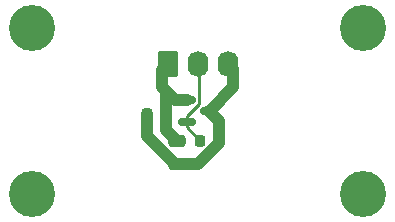
<source format=gtl>
G04 #@! TF.GenerationSoftware,KiCad,Pcbnew,6.0.2+dfsg-1*
G04 #@! TF.CreationDate,2022-12-16T18:51:44-08:00*
G04 #@! TF.ProjectId,mag_sensor,6d61675f-7365-46e7-936f-722e6b696361,rev?*
G04 #@! TF.SameCoordinates,Original*
G04 #@! TF.FileFunction,Copper,L1,Top*
G04 #@! TF.FilePolarity,Positive*
%FSLAX46Y46*%
G04 Gerber Fmt 4.6, Leading zero omitted, Abs format (unit mm)*
G04 Created by KiCad (PCBNEW 6.0.2+dfsg-1) date 2022-12-16 18:51:44*
%MOMM*%
%LPD*%
G01*
G04 APERTURE LIST*
G04 Aperture macros list*
%AMRoundRect*
0 Rectangle with rounded corners*
0 $1 Rounding radius*
0 $2 $3 $4 $5 $6 $7 $8 $9 X,Y pos of 4 corners*
0 Add a 4 corners polygon primitive as box body*
4,1,4,$2,$3,$4,$5,$6,$7,$8,$9,$2,$3,0*
0 Add four circle primitives for the rounded corners*
1,1,$1+$1,$2,$3*
1,1,$1+$1,$4,$5*
1,1,$1+$1,$6,$7*
1,1,$1+$1,$8,$9*
0 Add four rect primitives between the rounded corners*
20,1,$1+$1,$2,$3,$4,$5,0*
20,1,$1+$1,$4,$5,$6,$7,0*
20,1,$1+$1,$6,$7,$8,$9,0*
20,1,$1+$1,$8,$9,$2,$3,0*%
G04 Aperture macros list end*
G04 #@! TA.AperFunction,ComponentPad*
%ADD10C,3.900000*%
G04 #@! TD*
G04 #@! TA.AperFunction,SMDPad,CuDef*
%ADD11RoundRect,0.250000X0.475000X-0.250000X0.475000X0.250000X-0.475000X0.250000X-0.475000X-0.250000X0*%
G04 #@! TD*
G04 #@! TA.AperFunction,SMDPad,CuDef*
%ADD12RoundRect,0.225000X0.225000X0.250000X-0.225000X0.250000X-0.225000X-0.250000X0.225000X-0.250000X0*%
G04 #@! TD*
G04 #@! TA.AperFunction,SMDPad,CuDef*
%ADD13RoundRect,0.150000X-0.587500X-0.150000X0.587500X-0.150000X0.587500X0.150000X-0.587500X0.150000X0*%
G04 #@! TD*
G04 #@! TA.AperFunction,ComponentPad*
%ADD14RoundRect,0.250000X-0.620000X-0.845000X0.620000X-0.845000X0.620000X0.845000X-0.620000X0.845000X0*%
G04 #@! TD*
G04 #@! TA.AperFunction,ComponentPad*
%ADD15O,1.740000X2.190000*%
G04 #@! TD*
G04 #@! TA.AperFunction,Conductor*
%ADD16C,1.000000*%
G04 #@! TD*
G04 #@! TA.AperFunction,Conductor*
%ADD17C,0.250000*%
G04 #@! TD*
G04 APERTURE END LIST*
D10*
X136000000Y-93000000D03*
D11*
X148250000Y-104450000D03*
X148250000Y-102550000D03*
D12*
X151775000Y-102500000D03*
X150225000Y-102500000D03*
X147275000Y-100250000D03*
X145725000Y-100250000D03*
D10*
X164000000Y-93000000D03*
X136000000Y-107000000D03*
X164000000Y-107000000D03*
D13*
X149062500Y-99050000D03*
X149062500Y-100950000D03*
X150937500Y-100000000D03*
D14*
X147500000Y-96000000D03*
D15*
X150040000Y-96000000D03*
X152580000Y-96000000D03*
D16*
X148250000Y-104450000D02*
X148082176Y-104450000D01*
X148082176Y-104450000D02*
X145725000Y-102092824D01*
X145725000Y-102092824D02*
X145725000Y-100250000D01*
X148250000Y-102550000D02*
X147275000Y-101575000D01*
X147275000Y-101575000D02*
X147275000Y-100250000D01*
X148050000Y-99050000D02*
X147375000Y-98375000D01*
X147375000Y-98375000D02*
X147000000Y-98000000D01*
X147275000Y-100250000D02*
X147275000Y-98475000D01*
X147275000Y-98475000D02*
X147375000Y-98375000D01*
X148250000Y-104450000D02*
X150057468Y-104450000D01*
X150057468Y-104450000D02*
X151775000Y-102732468D01*
X151775000Y-102732468D02*
X151775000Y-100837500D01*
X151775000Y-100837500D02*
X150937500Y-100000000D01*
D17*
X149062500Y-100950000D02*
X149062500Y-101337500D01*
X149062500Y-101337500D02*
X150225000Y-102500000D01*
X149062500Y-100950000D02*
X149062500Y-100458572D01*
X150124520Y-96084520D02*
X150040000Y-96000000D01*
X149062500Y-100458572D02*
X150124520Y-99396552D01*
X150124520Y-99396552D02*
X150124520Y-96084520D01*
D16*
X151000000Y-100000000D02*
X153000000Y-98000000D01*
X150937500Y-100000000D02*
X151000000Y-100000000D01*
X153000000Y-98000000D02*
X153000000Y-96420000D01*
X153000000Y-96420000D02*
X152580000Y-96000000D01*
X149062500Y-99050000D02*
X148050000Y-99050000D01*
X147000000Y-98000000D02*
X147000000Y-96500000D01*
X147000000Y-96500000D02*
X147500000Y-96000000D01*
M02*

</source>
